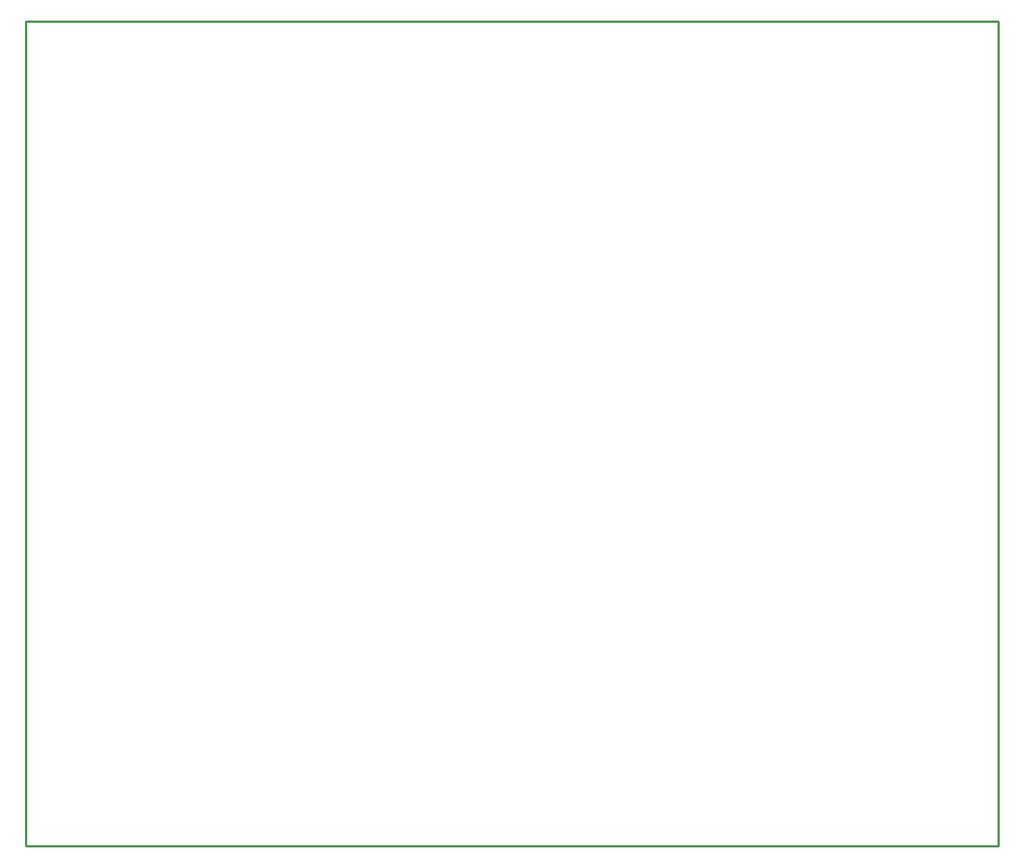
<source format=gko>
G04 Layer: BoardOutline*
G04 EasyEDA v6.4.7, 2020-11-03T11:21:11+01:00*
G04 e0ef41b2cc3c4505ab9108ec2d5a37c9,9bd7e35f881f4a88a1d5770e7942d247,10*
G04 Gerber Generator version 0.2*
G04 Scale: 100 percent, Rotated: No, Reflected: No *
G04 Dimensions in millimeters *
G04 leading zeros omitted , absolute positions ,3 integer and 3 decimal *
%FSLAX33Y33*%
%MOMM*%
G90*
D02*

%ADD10C,0.254000*%
G54D10*
G01X0Y95000D02*
G01X111999Y95000D01*
G01X111999Y0D01*
G01X111999Y0D02*
G01X0Y0D01*
G01X0Y0D02*
G01X0Y95000D01*

%LPD*%
M00*
M02*

</source>
